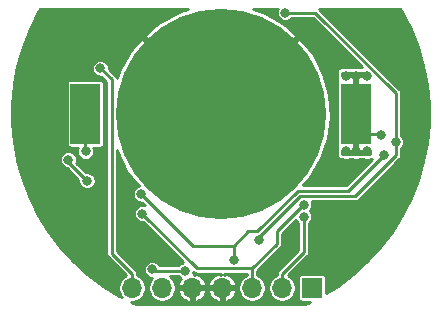
<source format=gbr>
G04 #@! TF.GenerationSoftware,KiCad,Pcbnew,(5.1.10)-1*
G04 #@! TF.CreationDate,2021-08-29T10:51:26+02:00*
G04 #@! TF.ProjectId,nrf52-sensor-tag,6e726635-322d-4736-956e-736f722d7461,rev?*
G04 #@! TF.SameCoordinates,Original*
G04 #@! TF.FileFunction,Copper,L2,Bot*
G04 #@! TF.FilePolarity,Positive*
%FSLAX46Y46*%
G04 Gerber Fmt 4.6, Leading zero omitted, Abs format (unit mm)*
G04 Created by KiCad (PCBNEW (5.1.10)-1) date 2021-08-29 10:51:26*
%MOMM*%
%LPD*%
G01*
G04 APERTURE LIST*
G04 #@! TA.AperFunction,SMDPad,CuDef*
%ADD10C,17.800000*%
G04 #@! TD*
G04 #@! TA.AperFunction,SMDPad,CuDef*
%ADD11R,2.500000X5.100000*%
G04 #@! TD*
G04 #@! TA.AperFunction,ComponentPad*
%ADD12O,1.700000X1.700000*%
G04 #@! TD*
G04 #@! TA.AperFunction,ComponentPad*
%ADD13R,1.700000X1.700000*%
G04 #@! TD*
G04 #@! TA.AperFunction,ViaPad*
%ADD14C,0.800000*%
G04 #@! TD*
G04 #@! TA.AperFunction,Conductor*
%ADD15C,0.250000*%
G04 #@! TD*
G04 #@! TA.AperFunction,Conductor*
%ADD16C,0.254000*%
G04 #@! TD*
G04 #@! TA.AperFunction,Conductor*
%ADD17C,0.100000*%
G04 #@! TD*
G04 APERTURE END LIST*
D10*
X121768000Y-64617600D03*
D11*
X110318000Y-64617600D03*
X133218000Y-64617600D03*
D12*
X114275000Y-79362300D03*
X116815000Y-79362300D03*
X119355000Y-79362300D03*
X121895000Y-79362300D03*
X124435000Y-79362300D03*
X126975000Y-79362300D03*
D13*
X129515000Y-79362300D03*
D14*
X114846000Y-56578500D03*
X107861000Y-67056000D03*
X111735000Y-69723000D03*
X131229100Y-78994000D03*
X132118100Y-78359000D03*
X133070600Y-77660500D03*
X133896100Y-76835000D03*
X112496600Y-79121000D03*
X111544100Y-78486000D03*
X110655100Y-77724000D03*
X109766100Y-76898500D03*
X138404600Y-69088000D03*
X138658600Y-68008500D03*
X138849100Y-66929000D03*
X105130600Y-69151500D03*
X104876600Y-68072000D03*
X104622600Y-66929000D03*
X136690100Y-56197500D03*
X135674100Y-56197500D03*
X134594600Y-56197500D03*
X133515100Y-56197500D03*
X132499100Y-56197500D03*
X106718100Y-56197500D03*
X107734100Y-56197500D03*
X108813600Y-56197500D03*
X109829600Y-56197500D03*
X110909100Y-56197500D03*
X128812800Y-73324900D03*
X127253100Y-56064600D03*
X125004200Y-75316900D03*
X136607100Y-67012800D03*
X110338000Y-67818000D03*
X115138900Y-73068100D03*
X128803200Y-72319500D03*
X135322300Y-66438100D03*
X108879500Y-68511000D03*
X110465400Y-70301700D03*
X133261000Y-67818000D03*
X134150000Y-61468000D03*
X133261000Y-61468000D03*
X132372000Y-61468000D03*
X134150000Y-67818000D03*
X132372000Y-67818000D03*
X111588900Y-60765000D03*
X135637700Y-68076800D03*
X122897100Y-76974700D03*
X115044400Y-71415800D03*
X118724253Y-77919153D03*
X115989100Y-77787500D03*
D15*
X126975000Y-78187000D02*
X128812800Y-76349200D01*
X128812800Y-76349200D02*
X128812800Y-73324900D01*
X126975000Y-79362300D02*
X126975000Y-78187000D01*
X136607100Y-67012800D02*
X136607100Y-62880200D01*
X136607100Y-62880200D02*
X129791500Y-56064600D01*
X129791500Y-56064600D02*
X127253100Y-56064600D01*
X125004200Y-75316900D02*
X125004200Y-75092800D01*
X125004200Y-75092800D02*
X128502800Y-71594200D01*
X128502800Y-71594200D02*
X133148500Y-71594200D01*
X133148500Y-71594200D02*
X136607100Y-68135600D01*
X136607100Y-68135600D02*
X136607100Y-67012800D01*
X110318000Y-64617600D02*
X110318000Y-67798400D01*
X110318000Y-67798400D02*
X110338000Y-67818000D01*
X124435000Y-77718000D02*
X124435000Y-79362300D01*
X128803200Y-72319500D02*
X128792300Y-72319500D01*
X128792300Y-72319500D02*
X126524600Y-74587200D01*
X126524600Y-74587200D02*
X126524600Y-75628400D01*
X126524600Y-75628400D02*
X124435000Y-77718000D01*
X124435000Y-77718000D02*
X119788800Y-77718000D01*
X119788800Y-77718000D02*
X115138900Y-73068100D01*
X133173100Y-66336500D02*
X135220700Y-66336500D01*
X135220700Y-66336500D02*
X135322300Y-66438100D01*
X108879500Y-68511000D02*
X108879500Y-68715800D01*
X108879500Y-68715800D02*
X110465400Y-70301700D01*
X114275000Y-79362300D02*
X114275000Y-78187000D01*
X114275000Y-78187000D02*
X112542600Y-76454600D01*
X112542600Y-76454600D02*
X112542600Y-61718700D01*
X112542600Y-61718700D02*
X111588900Y-60765000D01*
X135637700Y-68076800D02*
X132570600Y-71143900D01*
X132570600Y-71143900D02*
X128316200Y-71143900D01*
X128316200Y-71143900D02*
X124868500Y-74591600D01*
X124868500Y-74591600D02*
X124137400Y-74591600D01*
X124137400Y-74591600D02*
X122897100Y-75831900D01*
X122897100Y-75831900D02*
X122897100Y-76974700D01*
X115044400Y-71415800D02*
X119460500Y-75831900D01*
X119460500Y-75831900D02*
X122897100Y-75831900D01*
X116120753Y-77919153D02*
X115989100Y-77787500D01*
X118724253Y-77919153D02*
X116120753Y-77919153D01*
D16*
X137168048Y-56018246D02*
X137895680Y-57479376D01*
X138485236Y-59001469D01*
X138931671Y-60571507D01*
X139231176Y-62176081D01*
X139381183Y-63801440D01*
X139380414Y-65433722D01*
X139228873Y-67058952D01*
X138927854Y-68663242D01*
X138479941Y-70232848D01*
X137888948Y-71754390D01*
X137159940Y-73214829D01*
X136299143Y-74601689D01*
X135313928Y-75903101D01*
X134212717Y-77107940D01*
X133004906Y-78205923D01*
X131700852Y-79187634D01*
X130693582Y-79809081D01*
X130693582Y-78512300D01*
X130687268Y-78448197D01*
X130668570Y-78386557D01*
X130638206Y-78329750D01*
X130597343Y-78279957D01*
X130547550Y-78239094D01*
X130490743Y-78208730D01*
X130429103Y-78190032D01*
X130365000Y-78183718D01*
X128665000Y-78183718D01*
X128600897Y-78190032D01*
X128539257Y-78208730D01*
X128482450Y-78239094D01*
X128432657Y-78279957D01*
X128391794Y-78329750D01*
X128361430Y-78386557D01*
X128342732Y-78448197D01*
X128336418Y-78512300D01*
X128336418Y-80212300D01*
X128342732Y-80276403D01*
X128361430Y-80338043D01*
X128391794Y-80394850D01*
X128432657Y-80444643D01*
X128482450Y-80485506D01*
X128539257Y-80515870D01*
X128600897Y-80534568D01*
X128665000Y-80540882D01*
X129312143Y-80540882D01*
X128924038Y-80733539D01*
X114571236Y-80733539D01*
X114180407Y-80539300D01*
X114390924Y-80539300D01*
X114618318Y-80494069D01*
X114832519Y-80405344D01*
X115025294Y-80276536D01*
X115189236Y-80112594D01*
X115318044Y-79919819D01*
X115406769Y-79705618D01*
X115452000Y-79478224D01*
X115452000Y-79246376D01*
X115406769Y-79018982D01*
X115318044Y-78804781D01*
X115189236Y-78612006D01*
X115025294Y-78448064D01*
X114832519Y-78319256D01*
X114727000Y-78275549D01*
X114727000Y-78209205D01*
X114729187Y-78187000D01*
X114720460Y-78098392D01*
X114694614Y-78013190D01*
X114691712Y-78007760D01*
X114652643Y-77934667D01*
X114596159Y-77865841D01*
X114578905Y-77851681D01*
X112994600Y-76267377D01*
X112994600Y-67715044D01*
X113063283Y-67964306D01*
X113883452Y-69598206D01*
X114149234Y-69995977D01*
X114832118Y-70716831D01*
X114700036Y-70771541D01*
X114580964Y-70851102D01*
X114479702Y-70952364D01*
X114400141Y-71071436D01*
X114345338Y-71203742D01*
X114317400Y-71344197D01*
X114317400Y-71487403D01*
X114345338Y-71627858D01*
X114400141Y-71760164D01*
X114479702Y-71879236D01*
X114580964Y-71980498D01*
X114700036Y-72060059D01*
X114832342Y-72114862D01*
X114972797Y-72142800D01*
X115116003Y-72142800D01*
X115129494Y-72140117D01*
X115363688Y-72374311D01*
X115350958Y-72369038D01*
X115210503Y-72341100D01*
X115067297Y-72341100D01*
X114926842Y-72369038D01*
X114794536Y-72423841D01*
X114675464Y-72503402D01*
X114574202Y-72604664D01*
X114494641Y-72723736D01*
X114439838Y-72856042D01*
X114411900Y-72996497D01*
X114411900Y-73139703D01*
X114439838Y-73280158D01*
X114494641Y-73412464D01*
X114574202Y-73531536D01*
X114675464Y-73632798D01*
X114794536Y-73712359D01*
X114926842Y-73767162D01*
X115067297Y-73795100D01*
X115210503Y-73795100D01*
X115223994Y-73792417D01*
X118628527Y-77196951D01*
X118512195Y-77220091D01*
X118379889Y-77274894D01*
X118260817Y-77354455D01*
X118159555Y-77455717D01*
X118151914Y-77467153D01*
X116643307Y-77467153D01*
X116633359Y-77443136D01*
X116553798Y-77324064D01*
X116452536Y-77222802D01*
X116333464Y-77143241D01*
X116201158Y-77088438D01*
X116060703Y-77060500D01*
X115917497Y-77060500D01*
X115777042Y-77088438D01*
X115644736Y-77143241D01*
X115525664Y-77222802D01*
X115424402Y-77324064D01*
X115344841Y-77443136D01*
X115290038Y-77575442D01*
X115262100Y-77715897D01*
X115262100Y-77859103D01*
X115290038Y-77999558D01*
X115344841Y-78131864D01*
X115424402Y-78250936D01*
X115525664Y-78352198D01*
X115644736Y-78431759D01*
X115777042Y-78486562D01*
X115917497Y-78514500D01*
X115998270Y-78514500D01*
X115900764Y-78612006D01*
X115771956Y-78804781D01*
X115683231Y-79018982D01*
X115638000Y-79246376D01*
X115638000Y-79478224D01*
X115683231Y-79705618D01*
X115771956Y-79919819D01*
X115900764Y-80112594D01*
X116064706Y-80276536D01*
X116257481Y-80405344D01*
X116471682Y-80494069D01*
X116699076Y-80539300D01*
X116930924Y-80539300D01*
X117158318Y-80494069D01*
X117372519Y-80405344D01*
X117565294Y-80276536D01*
X117729236Y-80112594D01*
X117858044Y-79919819D01*
X117946769Y-79705618D01*
X117952007Y-79679281D01*
X118165505Y-79679281D01*
X118250201Y-79905249D01*
X118377353Y-80110352D01*
X118542076Y-80286708D01*
X118738039Y-80427539D01*
X118957712Y-80527434D01*
X119038020Y-80551789D01*
X119228000Y-80490927D01*
X119228000Y-79489300D01*
X119482000Y-79489300D01*
X119482000Y-80490927D01*
X119671980Y-80551789D01*
X119752288Y-80527434D01*
X119971961Y-80427539D01*
X120167924Y-80286708D01*
X120332647Y-80110352D01*
X120459799Y-79905249D01*
X120544495Y-79679281D01*
X120705505Y-79679281D01*
X120790201Y-79905249D01*
X120917353Y-80110352D01*
X121082076Y-80286708D01*
X121278039Y-80427539D01*
X121497712Y-80527434D01*
X121578020Y-80551789D01*
X121768000Y-80490927D01*
X121768000Y-79489300D01*
X122022000Y-79489300D01*
X122022000Y-80490927D01*
X122211980Y-80551789D01*
X122292288Y-80527434D01*
X122511961Y-80427539D01*
X122707924Y-80286708D01*
X122872647Y-80110352D01*
X122999799Y-79905249D01*
X123084495Y-79679281D01*
X123024187Y-79489300D01*
X122022000Y-79489300D01*
X121768000Y-79489300D01*
X120765813Y-79489300D01*
X120705505Y-79679281D01*
X120544495Y-79679281D01*
X120484187Y-79489300D01*
X119482000Y-79489300D01*
X119228000Y-79489300D01*
X118225813Y-79489300D01*
X118165505Y-79679281D01*
X117952007Y-79679281D01*
X117992000Y-79478224D01*
X117992000Y-79246376D01*
X117946769Y-79018982D01*
X117858044Y-78804781D01*
X117729236Y-78612006D01*
X117565294Y-78448064D01*
X117450188Y-78371153D01*
X118151914Y-78371153D01*
X118159555Y-78382589D01*
X118260817Y-78483851D01*
X118379889Y-78563412D01*
X118412297Y-78576836D01*
X118377353Y-78614248D01*
X118250201Y-78819351D01*
X118165505Y-79045319D01*
X118225813Y-79235300D01*
X119228000Y-79235300D01*
X119228000Y-79215300D01*
X119482000Y-79215300D01*
X119482000Y-79235300D01*
X120484187Y-79235300D01*
X120544495Y-79045319D01*
X120459799Y-78819351D01*
X120332647Y-78614248D01*
X120167924Y-78437892D01*
X119971961Y-78297061D01*
X119752288Y-78197166D01*
X119671980Y-78172811D01*
X119482002Y-78233672D01*
X119482002Y-78131300D01*
X119423278Y-78131300D01*
X119423315Y-78131211D01*
X119446455Y-78014879D01*
X119453481Y-78021905D01*
X119467641Y-78039159D01*
X119536467Y-78095643D01*
X119614990Y-78137614D01*
X119700192Y-78163460D01*
X119788800Y-78172187D01*
X119811005Y-78170000D01*
X121767998Y-78170000D01*
X121767998Y-78233672D01*
X121578020Y-78172811D01*
X121497712Y-78197166D01*
X121278039Y-78297061D01*
X121082076Y-78437892D01*
X120917353Y-78614248D01*
X120790201Y-78819351D01*
X120705505Y-79045319D01*
X120765813Y-79235300D01*
X121768000Y-79235300D01*
X121768000Y-79215300D01*
X122022000Y-79215300D01*
X122022000Y-79235300D01*
X123024187Y-79235300D01*
X123084495Y-79045319D01*
X122999799Y-78819351D01*
X122872647Y-78614248D01*
X122707924Y-78437892D01*
X122511961Y-78297061D01*
X122292288Y-78197166D01*
X122211980Y-78172811D01*
X122022002Y-78233672D01*
X122022002Y-78170000D01*
X123983000Y-78170000D01*
X123983000Y-78275548D01*
X123877481Y-78319256D01*
X123684706Y-78448064D01*
X123520764Y-78612006D01*
X123391956Y-78804781D01*
X123303231Y-79018982D01*
X123258000Y-79246376D01*
X123258000Y-79478224D01*
X123303231Y-79705618D01*
X123391956Y-79919819D01*
X123520764Y-80112594D01*
X123684706Y-80276536D01*
X123877481Y-80405344D01*
X124091682Y-80494069D01*
X124319076Y-80539300D01*
X124550924Y-80539300D01*
X124778318Y-80494069D01*
X124992519Y-80405344D01*
X125185294Y-80276536D01*
X125349236Y-80112594D01*
X125478044Y-79919819D01*
X125566769Y-79705618D01*
X125612000Y-79478224D01*
X125612000Y-79246376D01*
X125566769Y-79018982D01*
X125478044Y-78804781D01*
X125349236Y-78612006D01*
X125185294Y-78448064D01*
X124992519Y-78319256D01*
X124887000Y-78275549D01*
X124887000Y-77905223D01*
X126828505Y-75963719D01*
X126845759Y-75949559D01*
X126902243Y-75880733D01*
X126944214Y-75802210D01*
X126970060Y-75717007D01*
X126976600Y-75650605D01*
X126978787Y-75628400D01*
X126976600Y-75606195D01*
X126976600Y-74774423D01*
X128143123Y-73607901D01*
X128168541Y-73669264D01*
X128248102Y-73788336D01*
X128349364Y-73889598D01*
X128360801Y-73897240D01*
X128360800Y-76161976D01*
X126671096Y-77851681D01*
X126653842Y-77865841D01*
X126610091Y-77919152D01*
X126597358Y-77934667D01*
X126555386Y-78013191D01*
X126529540Y-78098393D01*
X126520813Y-78187000D01*
X126523001Y-78209215D01*
X126523001Y-78275548D01*
X126417481Y-78319256D01*
X126224706Y-78448064D01*
X126060764Y-78612006D01*
X125931956Y-78804781D01*
X125843231Y-79018982D01*
X125798000Y-79246376D01*
X125798000Y-79478224D01*
X125843231Y-79705618D01*
X125931956Y-79919819D01*
X126060764Y-80112594D01*
X126224706Y-80276536D01*
X126417481Y-80405344D01*
X126631682Y-80494069D01*
X126859076Y-80539300D01*
X127090924Y-80539300D01*
X127318318Y-80494069D01*
X127532519Y-80405344D01*
X127725294Y-80276536D01*
X127889236Y-80112594D01*
X128018044Y-79919819D01*
X128106769Y-79705618D01*
X128152000Y-79478224D01*
X128152000Y-79246376D01*
X128106769Y-79018982D01*
X128018044Y-78804781D01*
X127889236Y-78612006D01*
X127725294Y-78448064D01*
X127532519Y-78319256D01*
X127496773Y-78304450D01*
X129116706Y-76684518D01*
X129133959Y-76670359D01*
X129190443Y-76601533D01*
X129232414Y-76523010D01*
X129246430Y-76476805D01*
X129258260Y-76437808D01*
X129266987Y-76349200D01*
X129264800Y-76326995D01*
X129264800Y-73897239D01*
X129276236Y-73889598D01*
X129377498Y-73788336D01*
X129457059Y-73669264D01*
X129511862Y-73536958D01*
X129539800Y-73396503D01*
X129539800Y-73253297D01*
X129511862Y-73112842D01*
X129457059Y-72980536D01*
X129377498Y-72861464D01*
X129333434Y-72817400D01*
X129367898Y-72782936D01*
X129447459Y-72663864D01*
X129502262Y-72531558D01*
X129530200Y-72391103D01*
X129530200Y-72247897D01*
X129502262Y-72107442D01*
X129476895Y-72046200D01*
X133126295Y-72046200D01*
X133148500Y-72048387D01*
X133170705Y-72046200D01*
X133237107Y-72039660D01*
X133322310Y-72013814D01*
X133400833Y-71971843D01*
X133469659Y-71915359D01*
X133483823Y-71898100D01*
X136911006Y-68470918D01*
X136928259Y-68456759D01*
X136984743Y-68387933D01*
X137026714Y-68309410D01*
X137035200Y-68281436D01*
X137052560Y-68224208D01*
X137061287Y-68135601D01*
X137059100Y-68113396D01*
X137059100Y-67585139D01*
X137070536Y-67577498D01*
X137171798Y-67476236D01*
X137251359Y-67357164D01*
X137306162Y-67224858D01*
X137334100Y-67084403D01*
X137334100Y-66941197D01*
X137306162Y-66800742D01*
X137251359Y-66668436D01*
X137171798Y-66549364D01*
X137070536Y-66448102D01*
X137059100Y-66440461D01*
X137059100Y-62902405D01*
X137061287Y-62880200D01*
X137052560Y-62791592D01*
X137026714Y-62706390D01*
X136984742Y-62627866D01*
X136928259Y-62559041D01*
X136911005Y-62544881D01*
X130126823Y-55760700D01*
X130120504Y-55753000D01*
X137003762Y-55753000D01*
X137168048Y-56018246D01*
G04 #@! TA.AperFunction,Conductor*
D17*
G36*
X137168048Y-56018246D02*
G01*
X137895680Y-57479376D01*
X138485236Y-59001469D01*
X138931671Y-60571507D01*
X139231176Y-62176081D01*
X139381183Y-63801440D01*
X139380414Y-65433722D01*
X139228873Y-67058952D01*
X138927854Y-68663242D01*
X138479941Y-70232848D01*
X137888948Y-71754390D01*
X137159940Y-73214829D01*
X136299143Y-74601689D01*
X135313928Y-75903101D01*
X134212717Y-77107940D01*
X133004906Y-78205923D01*
X131700852Y-79187634D01*
X130693582Y-79809081D01*
X130693582Y-78512300D01*
X130687268Y-78448197D01*
X130668570Y-78386557D01*
X130638206Y-78329750D01*
X130597343Y-78279957D01*
X130547550Y-78239094D01*
X130490743Y-78208730D01*
X130429103Y-78190032D01*
X130365000Y-78183718D01*
X128665000Y-78183718D01*
X128600897Y-78190032D01*
X128539257Y-78208730D01*
X128482450Y-78239094D01*
X128432657Y-78279957D01*
X128391794Y-78329750D01*
X128361430Y-78386557D01*
X128342732Y-78448197D01*
X128336418Y-78512300D01*
X128336418Y-80212300D01*
X128342732Y-80276403D01*
X128361430Y-80338043D01*
X128391794Y-80394850D01*
X128432657Y-80444643D01*
X128482450Y-80485506D01*
X128539257Y-80515870D01*
X128600897Y-80534568D01*
X128665000Y-80540882D01*
X129312143Y-80540882D01*
X128924038Y-80733539D01*
X114571236Y-80733539D01*
X114180407Y-80539300D01*
X114390924Y-80539300D01*
X114618318Y-80494069D01*
X114832519Y-80405344D01*
X115025294Y-80276536D01*
X115189236Y-80112594D01*
X115318044Y-79919819D01*
X115406769Y-79705618D01*
X115452000Y-79478224D01*
X115452000Y-79246376D01*
X115406769Y-79018982D01*
X115318044Y-78804781D01*
X115189236Y-78612006D01*
X115025294Y-78448064D01*
X114832519Y-78319256D01*
X114727000Y-78275549D01*
X114727000Y-78209205D01*
X114729187Y-78187000D01*
X114720460Y-78098392D01*
X114694614Y-78013190D01*
X114691712Y-78007760D01*
X114652643Y-77934667D01*
X114596159Y-77865841D01*
X114578905Y-77851681D01*
X112994600Y-76267377D01*
X112994600Y-67715044D01*
X113063283Y-67964306D01*
X113883452Y-69598206D01*
X114149234Y-69995977D01*
X114832118Y-70716831D01*
X114700036Y-70771541D01*
X114580964Y-70851102D01*
X114479702Y-70952364D01*
X114400141Y-71071436D01*
X114345338Y-71203742D01*
X114317400Y-71344197D01*
X114317400Y-71487403D01*
X114345338Y-71627858D01*
X114400141Y-71760164D01*
X114479702Y-71879236D01*
X114580964Y-71980498D01*
X114700036Y-72060059D01*
X114832342Y-72114862D01*
X114972797Y-72142800D01*
X115116003Y-72142800D01*
X115129494Y-72140117D01*
X115363688Y-72374311D01*
X115350958Y-72369038D01*
X115210503Y-72341100D01*
X115067297Y-72341100D01*
X114926842Y-72369038D01*
X114794536Y-72423841D01*
X114675464Y-72503402D01*
X114574202Y-72604664D01*
X114494641Y-72723736D01*
X114439838Y-72856042D01*
X114411900Y-72996497D01*
X114411900Y-73139703D01*
X114439838Y-73280158D01*
X114494641Y-73412464D01*
X114574202Y-73531536D01*
X114675464Y-73632798D01*
X114794536Y-73712359D01*
X114926842Y-73767162D01*
X115067297Y-73795100D01*
X115210503Y-73795100D01*
X115223994Y-73792417D01*
X118628527Y-77196951D01*
X118512195Y-77220091D01*
X118379889Y-77274894D01*
X118260817Y-77354455D01*
X118159555Y-77455717D01*
X118151914Y-77467153D01*
X116643307Y-77467153D01*
X116633359Y-77443136D01*
X116553798Y-77324064D01*
X116452536Y-77222802D01*
X116333464Y-77143241D01*
X116201158Y-77088438D01*
X116060703Y-77060500D01*
X115917497Y-77060500D01*
X115777042Y-77088438D01*
X115644736Y-77143241D01*
X115525664Y-77222802D01*
X115424402Y-77324064D01*
X115344841Y-77443136D01*
X115290038Y-77575442D01*
X115262100Y-77715897D01*
X115262100Y-77859103D01*
X115290038Y-77999558D01*
X115344841Y-78131864D01*
X115424402Y-78250936D01*
X115525664Y-78352198D01*
X115644736Y-78431759D01*
X115777042Y-78486562D01*
X115917497Y-78514500D01*
X115998270Y-78514500D01*
X115900764Y-78612006D01*
X115771956Y-78804781D01*
X115683231Y-79018982D01*
X115638000Y-79246376D01*
X115638000Y-79478224D01*
X115683231Y-79705618D01*
X115771956Y-79919819D01*
X115900764Y-80112594D01*
X116064706Y-80276536D01*
X116257481Y-80405344D01*
X116471682Y-80494069D01*
X116699076Y-80539300D01*
X116930924Y-80539300D01*
X117158318Y-80494069D01*
X117372519Y-80405344D01*
X117565294Y-80276536D01*
X117729236Y-80112594D01*
X117858044Y-79919819D01*
X117946769Y-79705618D01*
X117952007Y-79679281D01*
X118165505Y-79679281D01*
X118250201Y-79905249D01*
X118377353Y-80110352D01*
X118542076Y-80286708D01*
X118738039Y-80427539D01*
X118957712Y-80527434D01*
X119038020Y-80551789D01*
X119228000Y-80490927D01*
X119228000Y-79489300D01*
X119482000Y-79489300D01*
X119482000Y-80490927D01*
X119671980Y-80551789D01*
X119752288Y-80527434D01*
X119971961Y-80427539D01*
X120167924Y-80286708D01*
X120332647Y-80110352D01*
X120459799Y-79905249D01*
X120544495Y-79679281D01*
X120705505Y-79679281D01*
X120790201Y-79905249D01*
X120917353Y-80110352D01*
X121082076Y-80286708D01*
X121278039Y-80427539D01*
X121497712Y-80527434D01*
X121578020Y-80551789D01*
X121768000Y-80490927D01*
X121768000Y-79489300D01*
X122022000Y-79489300D01*
X122022000Y-80490927D01*
X122211980Y-80551789D01*
X122292288Y-80527434D01*
X122511961Y-80427539D01*
X122707924Y-80286708D01*
X122872647Y-80110352D01*
X122999799Y-79905249D01*
X123084495Y-79679281D01*
X123024187Y-79489300D01*
X122022000Y-79489300D01*
X121768000Y-79489300D01*
X120765813Y-79489300D01*
X120705505Y-79679281D01*
X120544495Y-79679281D01*
X120484187Y-79489300D01*
X119482000Y-79489300D01*
X119228000Y-79489300D01*
X118225813Y-79489300D01*
X118165505Y-79679281D01*
X117952007Y-79679281D01*
X117992000Y-79478224D01*
X117992000Y-79246376D01*
X117946769Y-79018982D01*
X117858044Y-78804781D01*
X117729236Y-78612006D01*
X117565294Y-78448064D01*
X117450188Y-78371153D01*
X118151914Y-78371153D01*
X118159555Y-78382589D01*
X118260817Y-78483851D01*
X118379889Y-78563412D01*
X118412297Y-78576836D01*
X118377353Y-78614248D01*
X118250201Y-78819351D01*
X118165505Y-79045319D01*
X118225813Y-79235300D01*
X119228000Y-79235300D01*
X119228000Y-79215300D01*
X119482000Y-79215300D01*
X119482000Y-79235300D01*
X120484187Y-79235300D01*
X120544495Y-79045319D01*
X120459799Y-78819351D01*
X120332647Y-78614248D01*
X120167924Y-78437892D01*
X119971961Y-78297061D01*
X119752288Y-78197166D01*
X119671980Y-78172811D01*
X119482002Y-78233672D01*
X119482002Y-78131300D01*
X119423278Y-78131300D01*
X119423315Y-78131211D01*
X119446455Y-78014879D01*
X119453481Y-78021905D01*
X119467641Y-78039159D01*
X119536467Y-78095643D01*
X119614990Y-78137614D01*
X119700192Y-78163460D01*
X119788800Y-78172187D01*
X119811005Y-78170000D01*
X121767998Y-78170000D01*
X121767998Y-78233672D01*
X121578020Y-78172811D01*
X121497712Y-78197166D01*
X121278039Y-78297061D01*
X121082076Y-78437892D01*
X120917353Y-78614248D01*
X120790201Y-78819351D01*
X120705505Y-79045319D01*
X120765813Y-79235300D01*
X121768000Y-79235300D01*
X121768000Y-79215300D01*
X122022000Y-79215300D01*
X122022000Y-79235300D01*
X123024187Y-79235300D01*
X123084495Y-79045319D01*
X122999799Y-78819351D01*
X122872647Y-78614248D01*
X122707924Y-78437892D01*
X122511961Y-78297061D01*
X122292288Y-78197166D01*
X122211980Y-78172811D01*
X122022002Y-78233672D01*
X122022002Y-78170000D01*
X123983000Y-78170000D01*
X123983000Y-78275548D01*
X123877481Y-78319256D01*
X123684706Y-78448064D01*
X123520764Y-78612006D01*
X123391956Y-78804781D01*
X123303231Y-79018982D01*
X123258000Y-79246376D01*
X123258000Y-79478224D01*
X123303231Y-79705618D01*
X123391956Y-79919819D01*
X123520764Y-80112594D01*
X123684706Y-80276536D01*
X123877481Y-80405344D01*
X124091682Y-80494069D01*
X124319076Y-80539300D01*
X124550924Y-80539300D01*
X124778318Y-80494069D01*
X124992519Y-80405344D01*
X125185294Y-80276536D01*
X125349236Y-80112594D01*
X125478044Y-79919819D01*
X125566769Y-79705618D01*
X125612000Y-79478224D01*
X125612000Y-79246376D01*
X125566769Y-79018982D01*
X125478044Y-78804781D01*
X125349236Y-78612006D01*
X125185294Y-78448064D01*
X124992519Y-78319256D01*
X124887000Y-78275549D01*
X124887000Y-77905223D01*
X126828505Y-75963719D01*
X126845759Y-75949559D01*
X126902243Y-75880733D01*
X126944214Y-75802210D01*
X126970060Y-75717007D01*
X126976600Y-75650605D01*
X126978787Y-75628400D01*
X126976600Y-75606195D01*
X126976600Y-74774423D01*
X128143123Y-73607901D01*
X128168541Y-73669264D01*
X128248102Y-73788336D01*
X128349364Y-73889598D01*
X128360801Y-73897240D01*
X128360800Y-76161976D01*
X126671096Y-77851681D01*
X126653842Y-77865841D01*
X126610091Y-77919152D01*
X126597358Y-77934667D01*
X126555386Y-78013191D01*
X126529540Y-78098393D01*
X126520813Y-78187000D01*
X126523001Y-78209215D01*
X126523001Y-78275548D01*
X126417481Y-78319256D01*
X126224706Y-78448064D01*
X126060764Y-78612006D01*
X125931956Y-78804781D01*
X125843231Y-79018982D01*
X125798000Y-79246376D01*
X125798000Y-79478224D01*
X125843231Y-79705618D01*
X125931956Y-79919819D01*
X126060764Y-80112594D01*
X126224706Y-80276536D01*
X126417481Y-80405344D01*
X126631682Y-80494069D01*
X126859076Y-80539300D01*
X127090924Y-80539300D01*
X127318318Y-80494069D01*
X127532519Y-80405344D01*
X127725294Y-80276536D01*
X127889236Y-80112594D01*
X128018044Y-79919819D01*
X128106769Y-79705618D01*
X128152000Y-79478224D01*
X128152000Y-79246376D01*
X128106769Y-79018982D01*
X128018044Y-78804781D01*
X127889236Y-78612006D01*
X127725294Y-78448064D01*
X127532519Y-78319256D01*
X127496773Y-78304450D01*
X129116706Y-76684518D01*
X129133959Y-76670359D01*
X129190443Y-76601533D01*
X129232414Y-76523010D01*
X129246430Y-76476805D01*
X129258260Y-76437808D01*
X129266987Y-76349200D01*
X129264800Y-76326995D01*
X129264800Y-73897239D01*
X129276236Y-73889598D01*
X129377498Y-73788336D01*
X129457059Y-73669264D01*
X129511862Y-73536958D01*
X129539800Y-73396503D01*
X129539800Y-73253297D01*
X129511862Y-73112842D01*
X129457059Y-72980536D01*
X129377498Y-72861464D01*
X129333434Y-72817400D01*
X129367898Y-72782936D01*
X129447459Y-72663864D01*
X129502262Y-72531558D01*
X129530200Y-72391103D01*
X129530200Y-72247897D01*
X129502262Y-72107442D01*
X129476895Y-72046200D01*
X133126295Y-72046200D01*
X133148500Y-72048387D01*
X133170705Y-72046200D01*
X133237107Y-72039660D01*
X133322310Y-72013814D01*
X133400833Y-71971843D01*
X133469659Y-71915359D01*
X133483823Y-71898100D01*
X136911006Y-68470918D01*
X136928259Y-68456759D01*
X136984743Y-68387933D01*
X137026714Y-68309410D01*
X137035200Y-68281436D01*
X137052560Y-68224208D01*
X137061287Y-68135601D01*
X137059100Y-68113396D01*
X137059100Y-67585139D01*
X137070536Y-67577498D01*
X137171798Y-67476236D01*
X137251359Y-67357164D01*
X137306162Y-67224858D01*
X137334100Y-67084403D01*
X137334100Y-66941197D01*
X137306162Y-66800742D01*
X137251359Y-66668436D01*
X137171798Y-66549364D01*
X137070536Y-66448102D01*
X137059100Y-66440461D01*
X137059100Y-62902405D01*
X137061287Y-62880200D01*
X137052560Y-62791592D01*
X137026714Y-62706390D01*
X136984742Y-62627866D01*
X136928259Y-62559041D01*
X136911005Y-62544881D01*
X130126823Y-55760700D01*
X130120504Y-55753000D01*
X137003762Y-55753000D01*
X137168048Y-56018246D01*
G37*
G04 #@! TD.AperFunction*
D16*
X118421294Y-55912883D02*
X116787394Y-56733052D01*
X116389623Y-56998834D01*
X115331360Y-58001355D01*
X121768000Y-64437995D01*
X128204640Y-58001355D01*
X127146377Y-56998834D01*
X125556686Y-56095957D01*
X124522389Y-55753000D01*
X126595270Y-55753000D01*
X126554038Y-55852542D01*
X126526100Y-55992997D01*
X126526100Y-56136203D01*
X126554038Y-56276658D01*
X126608841Y-56408964D01*
X126688402Y-56528036D01*
X126789664Y-56629298D01*
X126908736Y-56708859D01*
X127041042Y-56763662D01*
X127181497Y-56791600D01*
X127324703Y-56791600D01*
X127465158Y-56763662D01*
X127597464Y-56708859D01*
X127716536Y-56629298D01*
X127817798Y-56528036D01*
X127825439Y-56516600D01*
X129604277Y-56516600D01*
X133784176Y-60696500D01*
X131927600Y-60696500D01*
X131863805Y-60702783D01*
X131802463Y-60721391D01*
X131745929Y-60751609D01*
X131696376Y-60792276D01*
X131655709Y-60841829D01*
X131625491Y-60898363D01*
X131606883Y-60959705D01*
X131600600Y-61023500D01*
X131600600Y-68135500D01*
X131606883Y-68199295D01*
X131625491Y-68260637D01*
X131655709Y-68317171D01*
X131696376Y-68366724D01*
X131745929Y-68407391D01*
X131802463Y-68437609D01*
X131863805Y-68456217D01*
X131927600Y-68462500D01*
X132028218Y-68462500D01*
X132159942Y-68517062D01*
X132300397Y-68545000D01*
X132443603Y-68545000D01*
X132584058Y-68517062D01*
X132715782Y-68462500D01*
X132917218Y-68462500D01*
X133048942Y-68517062D01*
X133189397Y-68545000D01*
X133332603Y-68545000D01*
X133473058Y-68517062D01*
X133604782Y-68462500D01*
X133806218Y-68462500D01*
X133937942Y-68517062D01*
X134078397Y-68545000D01*
X134221603Y-68545000D01*
X134362058Y-68517062D01*
X134493782Y-68462500D01*
X134531100Y-68462500D01*
X134594895Y-68456217D01*
X134629580Y-68445695D01*
X132383377Y-70691900D01*
X128727499Y-70691900D01*
X129386766Y-69995977D01*
X130289643Y-68406286D01*
X130865038Y-66670997D01*
X131090839Y-64856798D01*
X130958369Y-63033406D01*
X130472717Y-61270894D01*
X129652548Y-59636994D01*
X129386766Y-59239223D01*
X128384245Y-58180960D01*
X121947605Y-64617600D01*
X121961748Y-64631743D01*
X121782143Y-64811348D01*
X121768000Y-64797205D01*
X121753858Y-64811348D01*
X121574253Y-64631743D01*
X121588395Y-64617600D01*
X115151755Y-58180960D01*
X114149234Y-59239223D01*
X113246357Y-60828914D01*
X112984543Y-61618499D01*
X112962214Y-61544890D01*
X112920243Y-61466367D01*
X112863759Y-61397541D01*
X112846510Y-61383385D01*
X112313217Y-60850093D01*
X112315900Y-60836603D01*
X112315900Y-60693397D01*
X112287962Y-60552942D01*
X112233159Y-60420636D01*
X112153598Y-60301564D01*
X112052336Y-60200302D01*
X111933264Y-60120741D01*
X111800958Y-60065938D01*
X111660503Y-60038000D01*
X111517297Y-60038000D01*
X111376842Y-60065938D01*
X111244536Y-60120741D01*
X111125464Y-60200302D01*
X111024202Y-60301564D01*
X110944641Y-60420636D01*
X110889838Y-60552942D01*
X110861900Y-60693397D01*
X110861900Y-60836603D01*
X110889838Y-60977058D01*
X110944641Y-61109364D01*
X111024202Y-61228436D01*
X111125464Y-61329698D01*
X111244536Y-61409259D01*
X111376842Y-61464062D01*
X111517297Y-61492000D01*
X111660503Y-61492000D01*
X111673993Y-61489317D01*
X112090601Y-61905926D01*
X112090600Y-76432395D01*
X112088413Y-76454600D01*
X112090600Y-76476804D01*
X112097140Y-76543206D01*
X112122986Y-76628409D01*
X112164957Y-76706932D01*
X112221441Y-76775759D01*
X112238700Y-76789923D01*
X113753226Y-78304450D01*
X113717481Y-78319256D01*
X113524706Y-78448064D01*
X113360764Y-78612006D01*
X113231956Y-78804781D01*
X113143231Y-79018982D01*
X113098000Y-79246376D01*
X113098000Y-79478224D01*
X113143231Y-79705618D01*
X113231956Y-79919819D01*
X113360764Y-80112594D01*
X113399232Y-80151062D01*
X113168947Y-80036612D01*
X111780597Y-79178246D01*
X110477460Y-78195299D01*
X109270694Y-77096186D01*
X108170608Y-75890296D01*
X107186619Y-74587953D01*
X106327136Y-73200288D01*
X105599505Y-71739162D01*
X105009950Y-70217068D01*
X104563515Y-68647038D01*
X104524758Y-68439397D01*
X108152500Y-68439397D01*
X108152500Y-68582603D01*
X108180438Y-68723058D01*
X108235241Y-68855364D01*
X108314802Y-68974436D01*
X108416064Y-69075698D01*
X108535136Y-69155259D01*
X108667442Y-69210062D01*
X108751199Y-69226722D01*
X109741083Y-70216608D01*
X109738400Y-70230097D01*
X109738400Y-70373303D01*
X109766338Y-70513758D01*
X109821141Y-70646064D01*
X109900702Y-70765136D01*
X110001964Y-70866398D01*
X110121036Y-70945959D01*
X110253342Y-71000762D01*
X110393797Y-71028700D01*
X110537003Y-71028700D01*
X110677458Y-71000762D01*
X110809764Y-70945959D01*
X110928836Y-70866398D01*
X111030098Y-70765136D01*
X111109659Y-70646064D01*
X111164462Y-70513758D01*
X111192400Y-70373303D01*
X111192400Y-70230097D01*
X111164462Y-70089642D01*
X111109659Y-69957336D01*
X111030098Y-69838264D01*
X110928836Y-69737002D01*
X110809764Y-69657441D01*
X110677458Y-69602638D01*
X110537003Y-69574700D01*
X110393797Y-69574700D01*
X110380308Y-69577383D01*
X109563162Y-68760238D01*
X109578562Y-68723058D01*
X109606500Y-68582603D01*
X109606500Y-68439397D01*
X109578562Y-68298942D01*
X109523759Y-68166636D01*
X109444198Y-68047564D01*
X109342936Y-67946302D01*
X109223864Y-67866741D01*
X109091558Y-67811938D01*
X108951103Y-67784000D01*
X108807897Y-67784000D01*
X108667442Y-67811938D01*
X108535136Y-67866741D01*
X108416064Y-67946302D01*
X108314802Y-68047564D01*
X108235241Y-68166636D01*
X108180438Y-68298942D01*
X108152500Y-68439397D01*
X104524758Y-68439397D01*
X104264009Y-67042458D01*
X104114002Y-65417099D01*
X104114771Y-63784818D01*
X104266312Y-62159586D01*
X104283571Y-62067600D01*
X108739418Y-62067600D01*
X108739418Y-67167600D01*
X108745732Y-67231703D01*
X108764430Y-67293343D01*
X108794794Y-67350150D01*
X108835657Y-67399943D01*
X108885450Y-67440806D01*
X108942257Y-67471170D01*
X109003897Y-67489868D01*
X109068000Y-67496182D01*
X109684402Y-67496182D01*
X109638938Y-67605942D01*
X109611000Y-67746397D01*
X109611000Y-67889603D01*
X109638938Y-68030058D01*
X109693741Y-68162364D01*
X109773302Y-68281436D01*
X109874564Y-68382698D01*
X109993636Y-68462259D01*
X110125942Y-68517062D01*
X110266397Y-68545000D01*
X110409603Y-68545000D01*
X110550058Y-68517062D01*
X110682364Y-68462259D01*
X110801436Y-68382698D01*
X110902698Y-68281436D01*
X110982259Y-68162364D01*
X111037062Y-68030058D01*
X111065000Y-67889603D01*
X111065000Y-67746397D01*
X111037062Y-67605942D01*
X110991598Y-67496182D01*
X111568000Y-67496182D01*
X111632103Y-67489868D01*
X111693743Y-67471170D01*
X111750550Y-67440806D01*
X111800343Y-67399943D01*
X111841206Y-67350150D01*
X111871570Y-67293343D01*
X111890268Y-67231703D01*
X111896582Y-67167600D01*
X111896582Y-62067600D01*
X111890268Y-62003497D01*
X111871570Y-61941857D01*
X111841206Y-61885050D01*
X111800343Y-61835257D01*
X111750550Y-61794394D01*
X111693743Y-61764030D01*
X111632103Y-61745332D01*
X111568000Y-61739018D01*
X109068000Y-61739018D01*
X109003897Y-61745332D01*
X108942257Y-61764030D01*
X108885450Y-61794394D01*
X108835657Y-61835257D01*
X108794794Y-61885050D01*
X108764430Y-61941857D01*
X108745732Y-62003497D01*
X108739418Y-62067600D01*
X104283571Y-62067600D01*
X104567331Y-60555294D01*
X105015248Y-58985681D01*
X105606235Y-57464153D01*
X106335245Y-56003711D01*
X106490856Y-55753000D01*
X119001536Y-55753000D01*
X118421294Y-55912883D01*
G04 #@! TA.AperFunction,Conductor*
D17*
G36*
X118421294Y-55912883D02*
G01*
X116787394Y-56733052D01*
X116389623Y-56998834D01*
X115331360Y-58001355D01*
X121768000Y-64437995D01*
X128204640Y-58001355D01*
X127146377Y-56998834D01*
X125556686Y-56095957D01*
X124522389Y-55753000D01*
X126595270Y-55753000D01*
X126554038Y-55852542D01*
X126526100Y-55992997D01*
X126526100Y-56136203D01*
X126554038Y-56276658D01*
X126608841Y-56408964D01*
X126688402Y-56528036D01*
X126789664Y-56629298D01*
X126908736Y-56708859D01*
X127041042Y-56763662D01*
X127181497Y-56791600D01*
X127324703Y-56791600D01*
X127465158Y-56763662D01*
X127597464Y-56708859D01*
X127716536Y-56629298D01*
X127817798Y-56528036D01*
X127825439Y-56516600D01*
X129604277Y-56516600D01*
X133784176Y-60696500D01*
X131927600Y-60696500D01*
X131863805Y-60702783D01*
X131802463Y-60721391D01*
X131745929Y-60751609D01*
X131696376Y-60792276D01*
X131655709Y-60841829D01*
X131625491Y-60898363D01*
X131606883Y-60959705D01*
X131600600Y-61023500D01*
X131600600Y-68135500D01*
X131606883Y-68199295D01*
X131625491Y-68260637D01*
X131655709Y-68317171D01*
X131696376Y-68366724D01*
X131745929Y-68407391D01*
X131802463Y-68437609D01*
X131863805Y-68456217D01*
X131927600Y-68462500D01*
X132028218Y-68462500D01*
X132159942Y-68517062D01*
X132300397Y-68545000D01*
X132443603Y-68545000D01*
X132584058Y-68517062D01*
X132715782Y-68462500D01*
X132917218Y-68462500D01*
X133048942Y-68517062D01*
X133189397Y-68545000D01*
X133332603Y-68545000D01*
X133473058Y-68517062D01*
X133604782Y-68462500D01*
X133806218Y-68462500D01*
X133937942Y-68517062D01*
X134078397Y-68545000D01*
X134221603Y-68545000D01*
X134362058Y-68517062D01*
X134493782Y-68462500D01*
X134531100Y-68462500D01*
X134594895Y-68456217D01*
X134629580Y-68445695D01*
X132383377Y-70691900D01*
X128727499Y-70691900D01*
X129386766Y-69995977D01*
X130289643Y-68406286D01*
X130865038Y-66670997D01*
X131090839Y-64856798D01*
X130958369Y-63033406D01*
X130472717Y-61270894D01*
X129652548Y-59636994D01*
X129386766Y-59239223D01*
X128384245Y-58180960D01*
X121947605Y-64617600D01*
X121961748Y-64631743D01*
X121782143Y-64811348D01*
X121768000Y-64797205D01*
X121753858Y-64811348D01*
X121574253Y-64631743D01*
X121588395Y-64617600D01*
X115151755Y-58180960D01*
X114149234Y-59239223D01*
X113246357Y-60828914D01*
X112984543Y-61618499D01*
X112962214Y-61544890D01*
X112920243Y-61466367D01*
X112863759Y-61397541D01*
X112846510Y-61383385D01*
X112313217Y-60850093D01*
X112315900Y-60836603D01*
X112315900Y-60693397D01*
X112287962Y-60552942D01*
X112233159Y-60420636D01*
X112153598Y-60301564D01*
X112052336Y-60200302D01*
X111933264Y-60120741D01*
X111800958Y-60065938D01*
X111660503Y-60038000D01*
X111517297Y-60038000D01*
X111376842Y-60065938D01*
X111244536Y-60120741D01*
X111125464Y-60200302D01*
X111024202Y-60301564D01*
X110944641Y-60420636D01*
X110889838Y-60552942D01*
X110861900Y-60693397D01*
X110861900Y-60836603D01*
X110889838Y-60977058D01*
X110944641Y-61109364D01*
X111024202Y-61228436D01*
X111125464Y-61329698D01*
X111244536Y-61409259D01*
X111376842Y-61464062D01*
X111517297Y-61492000D01*
X111660503Y-61492000D01*
X111673993Y-61489317D01*
X112090601Y-61905926D01*
X112090600Y-76432395D01*
X112088413Y-76454600D01*
X112090600Y-76476804D01*
X112097140Y-76543206D01*
X112122986Y-76628409D01*
X112164957Y-76706932D01*
X112221441Y-76775759D01*
X112238700Y-76789923D01*
X113753226Y-78304450D01*
X113717481Y-78319256D01*
X113524706Y-78448064D01*
X113360764Y-78612006D01*
X113231956Y-78804781D01*
X113143231Y-79018982D01*
X113098000Y-79246376D01*
X113098000Y-79478224D01*
X113143231Y-79705618D01*
X113231956Y-79919819D01*
X113360764Y-80112594D01*
X113399232Y-80151062D01*
X113168947Y-80036612D01*
X111780597Y-79178246D01*
X110477460Y-78195299D01*
X109270694Y-77096186D01*
X108170608Y-75890296D01*
X107186619Y-74587953D01*
X106327136Y-73200288D01*
X105599505Y-71739162D01*
X105009950Y-70217068D01*
X104563515Y-68647038D01*
X104524758Y-68439397D01*
X108152500Y-68439397D01*
X108152500Y-68582603D01*
X108180438Y-68723058D01*
X108235241Y-68855364D01*
X108314802Y-68974436D01*
X108416064Y-69075698D01*
X108535136Y-69155259D01*
X108667442Y-69210062D01*
X108751199Y-69226722D01*
X109741083Y-70216608D01*
X109738400Y-70230097D01*
X109738400Y-70373303D01*
X109766338Y-70513758D01*
X109821141Y-70646064D01*
X109900702Y-70765136D01*
X110001964Y-70866398D01*
X110121036Y-70945959D01*
X110253342Y-71000762D01*
X110393797Y-71028700D01*
X110537003Y-71028700D01*
X110677458Y-71000762D01*
X110809764Y-70945959D01*
X110928836Y-70866398D01*
X111030098Y-70765136D01*
X111109659Y-70646064D01*
X111164462Y-70513758D01*
X111192400Y-70373303D01*
X111192400Y-70230097D01*
X111164462Y-70089642D01*
X111109659Y-69957336D01*
X111030098Y-69838264D01*
X110928836Y-69737002D01*
X110809764Y-69657441D01*
X110677458Y-69602638D01*
X110537003Y-69574700D01*
X110393797Y-69574700D01*
X110380308Y-69577383D01*
X109563162Y-68760238D01*
X109578562Y-68723058D01*
X109606500Y-68582603D01*
X109606500Y-68439397D01*
X109578562Y-68298942D01*
X109523759Y-68166636D01*
X109444198Y-68047564D01*
X109342936Y-67946302D01*
X109223864Y-67866741D01*
X109091558Y-67811938D01*
X108951103Y-67784000D01*
X108807897Y-67784000D01*
X108667442Y-67811938D01*
X108535136Y-67866741D01*
X108416064Y-67946302D01*
X108314802Y-68047564D01*
X108235241Y-68166636D01*
X108180438Y-68298942D01*
X108152500Y-68439397D01*
X104524758Y-68439397D01*
X104264009Y-67042458D01*
X104114002Y-65417099D01*
X104114771Y-63784818D01*
X104266312Y-62159586D01*
X104283571Y-62067600D01*
X108739418Y-62067600D01*
X108739418Y-67167600D01*
X108745732Y-67231703D01*
X108764430Y-67293343D01*
X108794794Y-67350150D01*
X108835657Y-67399943D01*
X108885450Y-67440806D01*
X108942257Y-67471170D01*
X109003897Y-67489868D01*
X109068000Y-67496182D01*
X109684402Y-67496182D01*
X109638938Y-67605942D01*
X109611000Y-67746397D01*
X109611000Y-67889603D01*
X109638938Y-68030058D01*
X109693741Y-68162364D01*
X109773302Y-68281436D01*
X109874564Y-68382698D01*
X109993636Y-68462259D01*
X110125942Y-68517062D01*
X110266397Y-68545000D01*
X110409603Y-68545000D01*
X110550058Y-68517062D01*
X110682364Y-68462259D01*
X110801436Y-68382698D01*
X110902698Y-68281436D01*
X110982259Y-68162364D01*
X111037062Y-68030058D01*
X111065000Y-67889603D01*
X111065000Y-67746397D01*
X111037062Y-67605942D01*
X110991598Y-67496182D01*
X111568000Y-67496182D01*
X111632103Y-67489868D01*
X111693743Y-67471170D01*
X111750550Y-67440806D01*
X111800343Y-67399943D01*
X111841206Y-67350150D01*
X111871570Y-67293343D01*
X111890268Y-67231703D01*
X111896582Y-67167600D01*
X111896582Y-62067600D01*
X111890268Y-62003497D01*
X111871570Y-61941857D01*
X111841206Y-61885050D01*
X111800343Y-61835257D01*
X111750550Y-61794394D01*
X111693743Y-61764030D01*
X111632103Y-61745332D01*
X111568000Y-61739018D01*
X109068000Y-61739018D01*
X109003897Y-61745332D01*
X108942257Y-61764030D01*
X108885450Y-61794394D01*
X108835657Y-61835257D01*
X108794794Y-61885050D01*
X108764430Y-61941857D01*
X108745732Y-62003497D01*
X108739418Y-62067600D01*
X104283571Y-62067600D01*
X104567331Y-60555294D01*
X105015248Y-58985681D01*
X105606235Y-57464153D01*
X106335245Y-56003711D01*
X106490856Y-55753000D01*
X119001536Y-55753000D01*
X118421294Y-55912883D01*
G37*
G04 #@! TD.AperFunction*
D16*
X134404100Y-61316423D02*
X134404100Y-61429732D01*
X133503750Y-61432600D01*
X133345000Y-61591350D01*
X133345000Y-64490600D01*
X133365000Y-64490600D01*
X133365000Y-64744600D01*
X133345000Y-64744600D01*
X133345000Y-67643850D01*
X133503750Y-67802600D01*
X134404100Y-67805468D01*
X134404100Y-68008500D01*
X132054600Y-68008500D01*
X132054600Y-67805396D01*
X132932250Y-67802600D01*
X133091000Y-67643850D01*
X133091000Y-64744600D01*
X133071000Y-64744600D01*
X133071000Y-64490600D01*
X133091000Y-64490600D01*
X133091000Y-61591350D01*
X132932250Y-61432600D01*
X132054600Y-61429804D01*
X132054600Y-61150500D01*
X134238177Y-61150500D01*
X134404100Y-61316423D01*
G04 #@! TA.AperFunction,Conductor*
D17*
G36*
X134404100Y-61316423D02*
G01*
X134404100Y-61429732D01*
X133503750Y-61432600D01*
X133345000Y-61591350D01*
X133345000Y-64490600D01*
X133365000Y-64490600D01*
X133365000Y-64744600D01*
X133345000Y-64744600D01*
X133345000Y-67643850D01*
X133503750Y-67802600D01*
X134404100Y-67805468D01*
X134404100Y-68008500D01*
X132054600Y-68008500D01*
X132054600Y-67805396D01*
X132932250Y-67802600D01*
X133091000Y-67643850D01*
X133091000Y-64744600D01*
X133071000Y-64744600D01*
X133071000Y-64490600D01*
X133091000Y-64490600D01*
X133091000Y-61591350D01*
X132932250Y-61432600D01*
X132054600Y-61429804D01*
X132054600Y-61150500D01*
X134238177Y-61150500D01*
X134404100Y-61316423D01*
G37*
G04 #@! TD.AperFunction*
M02*

</source>
